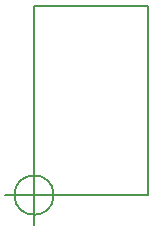
<source format=gbr>
G04 #@! TF.FileFunction,Profile,NP*
%FSLAX46Y46*%
G04 Gerber Fmt 4.6, Leading zero omitted, Abs format (unit mm)*
G04 Created by KiCad (PCBNEW 4.0.2-stable) date Thursday, May 10, 2018 'AMt' 09:26:35 AM*
%MOMM*%
G01*
G04 APERTURE LIST*
%ADD10C,0.025400*%
%ADD11C,0.150000*%
G04 APERTURE END LIST*
D10*
D11*
X111252000Y-101600000D02*
X101600000Y-101600000D01*
X111252000Y-85598000D02*
X111252000Y-101600000D01*
X101600000Y-85598000D02*
X111252000Y-85598000D01*
X101600000Y-101346000D02*
X101600000Y-85598000D01*
X103266666Y-101600000D02*
G75*
G03X103266666Y-101600000I-1666666J0D01*
G01*
X99100000Y-101600000D02*
X104100000Y-101600000D01*
X101600000Y-99100000D02*
X101600000Y-104100000D01*
M02*

</source>
